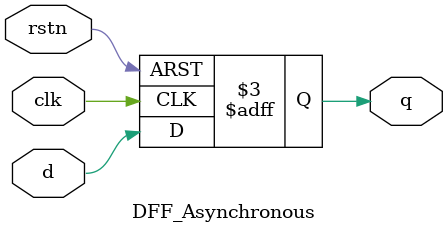
<source format=v>
`timescale 1ns / 1ps

module DFF_Asynchronous(
    input d,
    input rstn,
    input clk,
    output reg q
    );
    
    always @ (posedge clk or negedge rstn)
    if(!rstn)
        q <= 0;
    else
        q <= d;
endmodule

</source>
